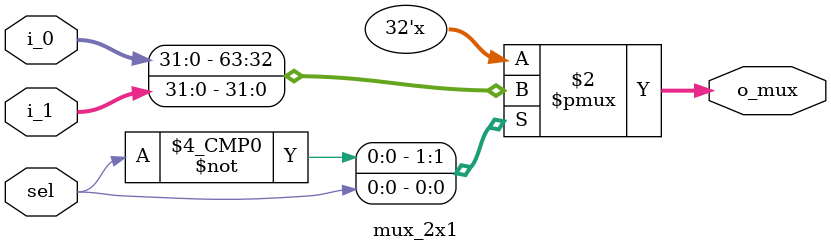
<source format=sv>
module mux_32x1   #(parameter int WIDTH = 32)(
    input  logic [4:0]       sel,
    input  logic [WIDTH-1:0] i_0,  
    input  logic [WIDTH-1:0] i_1,  
    input  logic [WIDTH-1:0] i_2,  
    input  logic [WIDTH-1:0] i_3,  
    input  logic [WIDTH-1:0] i_4,  
    input  logic [WIDTH-1:0] i_5,  
    input  logic [WIDTH-1:0] i_6,  
    input  logic [WIDTH-1:0] i_7,  
    input  logic [WIDTH-1:0] i_8,  
    input  logic [WIDTH-1:0] i_9,  
    input  logic [WIDTH-1:0] i_10,  
    input  logic [WIDTH-1:0] i_11,  
    input  logic [WIDTH-1:0] i_12,  
    input  logic [WIDTH-1:0] i_13,  
    input  logic [WIDTH-1:0] i_14,  
    input  logic [WIDTH-1:0] i_15, 
    input  logic [WIDTH-1:0] i_16, 
    input  logic [WIDTH-1:0] i_17, 
    input  logic [WIDTH-1:0] i_18, 
    input  logic [WIDTH-1:0] i_19, 
    input  logic [WIDTH-1:0] i_20, 
    input  logic [WIDTH-1:0] i_21, 
    input  logic [WIDTH-1:0] i_22, 
    input  logic [WIDTH-1:0] i_23, 
    input  logic [WIDTH-1:0] i_24, 
    input  logic [WIDTH-1:0] i_25, 
    input  logic [WIDTH-1:0] i_26, 
    input  logic [WIDTH-1:0] i_27, 
    input  logic [WIDTH-1:0] i_28, 
    input  logic [WIDTH-1:0] i_29, 
    input  logic [WIDTH-1:0] i_30, 
    input  logic [WIDTH-1:0] i_31, 
    output logic [WIDTH-1:0] o_mux
);

always_comb begin
    case (sel)
        5'd0:   o_mux = i_0;
        5'd1:   o_mux = i_1;
        5'd2:   o_mux = i_2;
        5'd3:   o_mux = i_3;
        5'd4:   o_mux = i_4;
        5'd5:   o_mux = i_5;
        5'd6:   o_mux = i_6;
        5'd7:   o_mux = i_7;
        5'd8:   o_mux = i_8;
        5'd9:   o_mux = i_9;
        5'd10:  o_mux = i_10;
        5'd11:  o_mux = i_11;
        5'd12:  o_mux = i_12;
        5'd13:  o_mux = i_13;
        5'd14:  o_mux = i_14;
        5'd15:  o_mux = i_15;
        5'd16:  o_mux = i_16;
        5'd17:  o_mux = i_17;
        5'd18:  o_mux = i_18;
        5'd19:  o_mux = i_19;
        5'd20:  o_mux = i_20;
        5'd21:  o_mux = i_21;
        5'd22:  o_mux = i_22;
        5'd23:  o_mux = i_23;
        5'd24:  o_mux = i_24;
        5'd25:  o_mux = i_25;
        5'd26:  o_mux = i_26;
        5'd27:  o_mux = i_27;
        5'd28:  o_mux = i_28;
        5'd29:  o_mux = i_29;
        5'd30:  o_mux = i_30;
        5'd31:  o_mux = i_31;
    endcase
end
endmodule


// =====================================================================================
// =====================================================================================


module mux_16x1   #(parameter int WIDTH = 32)(
    input  logic [3:0]       sel,
    input  logic [WIDTH-1:0] i_0,  
    input  logic [WIDTH-1:0] i_1,  
    input  logic [WIDTH-1:0] i_2,  
    input  logic [WIDTH-1:0] i_3,  
    input  logic [WIDTH-1:0] i_4,  
    input  logic [WIDTH-1:0] i_5,  
    input  logic [WIDTH-1:0] i_6,  
    input  logic [WIDTH-1:0] i_7,  
    input  logic [WIDTH-1:0] i_8,  
    input  logic [WIDTH-1:0] i_9,  
    input  logic [WIDTH-1:0] i_10,  
    input  logic [WIDTH-1:0] i_11,  
    input  logic [WIDTH-1:0] i_12,  
    input  logic [WIDTH-1:0] i_13,  
    input  logic [WIDTH-1:0] i_14,  
    input  logic [WIDTH-1:0] i_15,  
    output logic [WIDTH-1:0] o_mux
);

always_comb begin
    case (sel)
        4'd0:  o_mux = i_0;
        4'd1:  o_mux = i_1;
        4'd2:  o_mux = i_2;
        4'd3:  o_mux = i_3;
        4'd4:  o_mux = i_4;
        4'd5:  o_mux = i_5;
        4'd6:  o_mux = i_6;
        4'd7:  o_mux = i_7;
        4'd8:  o_mux = i_8;
        4'd9:  o_mux = i_9;
        4'd10: o_mux = i_10;
        4'd11: o_mux = i_11;
        4'd12: o_mux = i_12;
        4'd13: o_mux = i_13;
        4'd14: o_mux = i_14;
        4'd15: o_mux = i_15;
    endcase
end
endmodule


// =====================================================================================
// =====================================================================================

module mux_8x1   #(parameter int WIDTH = 32)(
    input  logic [2:0]       sel,
    input  logic [WIDTH-1:0] i_0,  
    input  logic [WIDTH-1:0] i_1,  
    input  logic [WIDTH-1:0] i_2,  
    input  logic [WIDTH-1:0] i_3,  
    input  logic [WIDTH-1:0] i_4,  
    input  logic [WIDTH-1:0] i_5,  
    input  logic [WIDTH-1:0] i_6,  
    input  logic [WIDTH-1:0] i_7,  
    output logic [WIDTH-1:0] o_mux
);

always_comb begin
    case (sel)
        3'd0: o_mux = i_0;
        3'd1: o_mux = i_1;
        3'd2: o_mux = i_2;
        3'd3: o_mux = i_3;
        3'd4: o_mux = i_4;
        3'd5: o_mux = i_5;
        3'd6: o_mux = i_6;
        3'd7: o_mux = i_7;
    endcase
end
endmodule

// =====================================================================================
// =====================================================================================

module mux_4x1   #(parameter int WIDTH = 32)(
    input  logic [1:0]       sel,
    input  logic [WIDTH-1:0] i_0,  
    input  logic [WIDTH-1:0] i_1,  
    input  logic [WIDTH-1:0] i_2,  
    input  logic [WIDTH-1:0] i_3,  
    output logic [WIDTH-1:0] o_mux
);

always_comb begin
    case (sel)
        2'b00: o_mux = i_0;
        2'b01: o_mux = i_1;
        2'b10: o_mux = i_2;
        2'b11: o_mux = i_3;
    endcase
end
endmodule


// =====================================================================================
// =====================================================================================

module mux_2x1   #(parameter int WIDTH = 32)(
    input  logic             sel,
    input  logic [WIDTH-1:0] i_0,  
    input  logic [WIDTH-1:0] i_1,  
    output logic [WIDTH-1:0] o_mux
);


always_comb begin
    case (sel)
        1'b0: o_mux = i_0;
        1'b1: o_mux = i_1;
    endcase
end

endmodule


</source>
